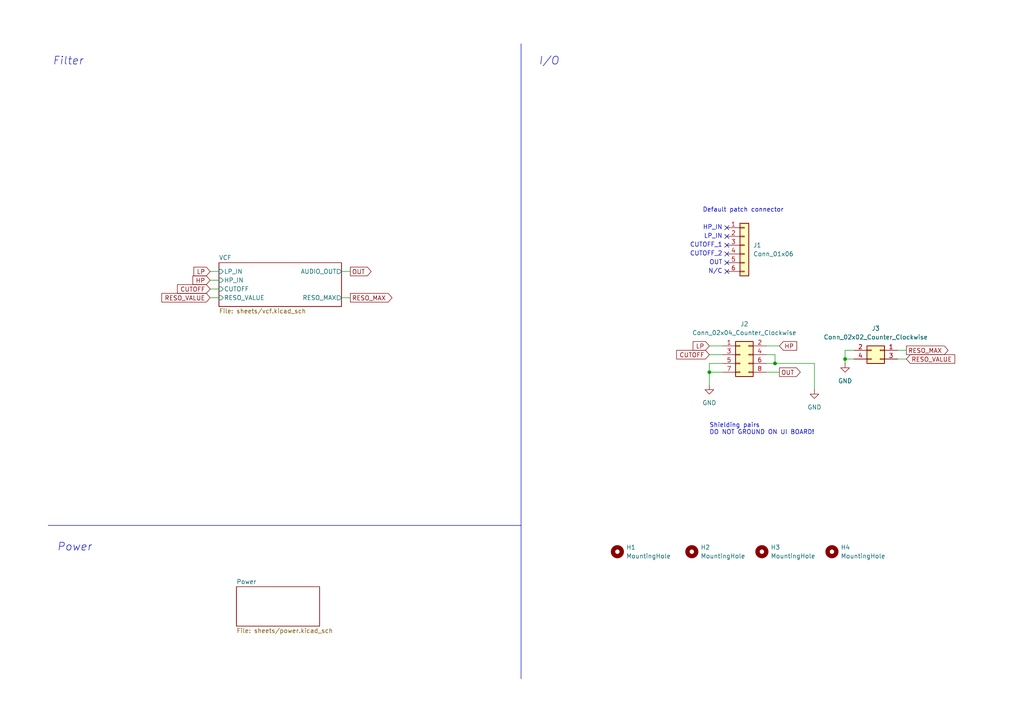
<source format=kicad_sch>
(kicad_sch (version 20250114) (generator "eeschema") (generator_version "9.0")
  (paper "A4")
  (title_block (title "Hog Moduleur VCF") (date "2025-07-31") (rev "v0.2") (company "Shmøergh"))
  (lib_symbols
    (symbol "Connector_Generic:Conn_01x06" (pin_names (offset 1.016) (hide yes))
      (property "Reference" "J" (at 0 7.62 0))
      (property "Value" "Conn_01x06" (at 0 -10.16 0))
      (symbol "Conn_01x06_1_1"
        (rectangle (start -1.27 6.35) (end 1.27 -8.89) (stroke (width 0.254)) (fill (type background)))
        (rectangle (start -1.27 5.207) (end 0 4.953) (stroke (width 0.1524)))
        (rectangle (start -1.27 2.667) (end 0 2.413) (stroke (width 0.1524)))
        (rectangle (start -1.27 0.127) (end 0 -0.127) (stroke (width 0.1524)))
        (rectangle (start -1.27 -2.413) (end 0 -2.667) (stroke (width 0.1524)))
        (rectangle (start -1.27 -4.953) (end 0 -5.207) (stroke (width 0.1524)))
        (rectangle (start -1.27 -7.493) (end 0 -7.747) (stroke (width 0.1524)))
        (pin passive line (at -5.08 5.08 0) (length 3.81) (name "Pin_1") (number "1"))
        (pin passive line (at -5.08 2.54 0) (length 3.81) (name "Pin_2") (number "2"))
        (pin passive line (at -5.08 0 0) (length 3.81) (name "Pin_3") (number "3"))
        (pin passive line (at -5.08 -2.54 0) (length 3.81) (name "Pin_4") (number "4"))
        (pin passive line (at -5.08 -5.08 0) (length 3.81) (name "Pin_5") (number "5"))
        (pin passive line (at -5.08 -7.62 0) (length 3.81) (name "Pin_6") (number "6"))
      )
    )
    (symbol "Connector_Generic:Conn_02x02_Odd_Even" (pin_names (offset 1.016) (hide yes))
      (property "Reference" "J" (at 1.27 2.54 0))
      (property "Value" "Conn_02x02_Odd_Even" (at 1.27 -5.08 0))
      (symbol "Conn_02x02_Odd_Even_1_1"
        (rectangle (start -1.27 1.27) (end 3.81 -3.81) (stroke (width 0.254)) (fill (type background)))
        (rectangle (start -1.27 0.127) (end 0 -0.127) (stroke (width 0.1524)))
        (rectangle (start -1.27 -2.413) (end 0 -2.667) (stroke (width 0.1524)))
        (rectangle (start 3.81 0.127) (end 2.54 -0.127) (stroke (width 0.1524)))
        (rectangle (start 3.81 -2.413) (end 2.54 -2.667) (stroke (width 0.1524)))
        (pin passive line (at -5.08 0 0) (length 3.81) (name "Pin_1") (number "1"))
        (pin passive line (at -5.08 -2.54 0) (length 3.81) (name "Pin_3") (number "3"))
        (pin passive line (at 7.62 0 180) (length 3.81) (name "Pin_2") (number "2"))
        (pin passive line (at 7.62 -2.54 180) (length 3.81) (name "Pin_4") (number "4"))
      )
    )
    (symbol "Connector_Generic:Conn_02x04_Odd_Even" (pin_names (offset 1.016) (hide yes))
      (property "Reference" "J" (at 1.27 5.08 0))
      (property "Value" "Conn_02x04_Odd_Even" (at 1.27 -7.62 0))
      (symbol "Conn_02x04_Odd_Even_1_1"
        (rectangle (start -1.27 3.81) (end 3.81 -6.35) (stroke (width 0.254)) (fill (type background)))
        (rectangle (start -1.27 2.667) (end 0 2.413) (stroke (width 0.1524)))
        (rectangle (start -1.27 0.127) (end 0 -0.127) (stroke (width 0.1524)))
        (rectangle (start -1.27 -2.413) (end 0 -2.667) (stroke (width 0.1524)))
        (rectangle (start -1.27 -4.953) (end 0 -5.207) (stroke (width 0.1524)))
        (rectangle (start 3.81 2.667) (end 2.54 2.413) (stroke (width 0.1524)))
        (rectangle (start 3.81 0.127) (end 2.54 -0.127) (stroke (width 0.1524)))
        (rectangle (start 3.81 -2.413) (end 2.54 -2.667) (stroke (width 0.1524)))
        (rectangle (start 3.81 -4.953) (end 2.54 -5.207) (stroke (width 0.1524)))
        (pin passive line (at -5.08 2.54 0) (length 3.81) (name "Pin_1") (number "1"))
        (pin passive line (at -5.08 0 0) (length 3.81) (name "Pin_3") (number "3"))
        (pin passive line (at -5.08 -2.54 0) (length 3.81) (name "Pin_5") (number "5"))
        (pin passive line (at -5.08 -5.08 0) (length 3.81) (name "Pin_7") (number "7"))
        (pin passive line (at 7.62 2.54 180) (length 3.81) (name "Pin_2") (number "2"))
        (pin passive line (at 7.62 0 180) (length 3.81) (name "Pin_4") (number "4"))
        (pin passive line (at 7.62 -2.54 180) (length 3.81) (name "Pin_6") (number "6"))
        (pin passive line (at 7.62 -5.08 180) (length 3.81) (name "Pin_8") (number "8"))
      )
    )
    (symbol "Mechanical:MountingHole" (pin_names (offset 1.016)) (in_bom no)
      (property "Reference" "H" (at 0 5.08 0))
      (property "Value" "MountingHole" (at 0 3.175 0))
      (symbol "MountingHole_0_1"
        (circle (center 0 0) (radius 1.27) (stroke (width 1.27)))
      )
    )
    (symbol "power:GND" (power) (pin_numbers (hide yes)) (pin_names (offset 0) (hide yes))
      (property "Value" "GND" (at 0 -3.81 0))
      (symbol "GND_0_1"
        (polyline (pts (xy 0 0) (xy 0 -1.27) (xy 1.27 -1.27) (xy 0 -2.54) (xy -1.27 -1.27) (xy 0 -1.27)))
      )
      (symbol "GND_1_1"
        (pin power_in line (at 0 0 270) (length 0) (name "~") (number "1"))
      )
    )
  )
  (text "Power" (at 16.51 158.75 0) (effects (font (size 2.27 2.27) (italic yes)) (justify left)))
  (text "CUTOFF_1" (at 209.55 71.12 0) (effects (font (size 1.27 1.27)) (justify right)))
  (text "Default patch connector" (at 227.33 60.96 0) (effects (font (size 1.27 1.27)) (justify right)))
  (text "N/C" (at 209.55 78.74 0) (effects (font (size 1.27 1.27)) (justify right)))
  (text "HP_IN" (at 209.55 66.04 0) (effects (font (size 1.27 1.27)) (justify right)))
  (text "Shielding pairs\nDO NOT GROUND ON UI BOARD!" (at 205.74 124.46 0) (effects (font (size 1.27 1.27)) (justify left)))
  (text "OUT" (at 209.55 76.2 0) (effects (font (size 1.27 1.27)) (justify right)))
  (text "Filter" (at 15.24 17.78 0) (effects (font (size 2.27 2.27) (italic yes)) (justify left)))
  (text "LP_IN" (at 209.55 68.58 0) (effects (font (size 1.27 1.27)) (justify right)))
  (text "I/O" (at 156.21 17.78 0) (effects (font (size 2.27 2.27) (italic yes)) (justify left)))
  (text "CUTOFF_2" (at 209.55 73.66 0) (effects (font (size 1.27 1.27)) (justify right)))
  (junction (at 245.11 104.14))
  (junction (at 224.79 105.41))
  (junction (at 205.74 107.95))
  (no_connect (at 210.82 78.74))
  (no_connect (at 210.82 66.04))
  (no_connect (at 210.82 73.66))
  (no_connect (at 210.82 68.58))
  (no_connect (at 210.82 76.2))
  (no_connect (at 210.82 71.12))
  (wire (pts (xy 245.11 104.14) (xy 247.65 104.14)))
  (wire (pts (xy 245.11 104.14) (xy 245.11 105.41)))
  (wire (pts (xy 222.25 102.87) (xy 224.79 102.87)))
  (wire (pts (xy 222.25 100.33) (xy 226.06 100.33)))
  (wire (pts (xy 247.65 101.6) (xy 245.11 101.6)))
  (wire (pts (xy 226.06 107.95) (xy 222.25 107.95)))
  (wire (pts (xy 205.74 107.95) (xy 209.55 107.95)))
  (wire (pts (xy 60.96 83.82) (xy 63.5 83.82)))
  (wire (pts (xy 205.74 107.95) (xy 205.74 111.76)))
  (wire (pts (xy 205.74 105.41) (xy 205.74 107.95)))
  (wire (pts (xy 99.06 78.74) (xy 101.6 78.74)))
  (wire (pts (xy 224.79 102.87) (xy 224.79 105.41)))
  (wire (pts (xy 262.89 101.6) (xy 260.35 101.6)))
  (wire (pts (xy 222.25 105.41) (xy 224.79 105.41)))
  (wire (pts (xy 262.89 104.14) (xy 260.35 104.14)))
  (wire (pts (xy 99.06 86.36) (xy 101.6 86.36)))
  (wire (pts (xy 205.74 102.87) (xy 209.55 102.87)))
  (polyline (pts (xy 151.13 12.7) (xy 151.13 196.85)))
  (wire (pts (xy 245.11 101.6) (xy 245.11 104.14)))
  (wire (pts (xy 60.96 78.74) (xy 63.5 78.74)))
  (wire (pts (xy 236.22 105.41) (xy 224.79 105.41)))
  (wire (pts (xy 205.74 100.33) (xy 209.55 100.33)))
  (wire (pts (xy 60.96 86.36) (xy 63.5 86.36)))
  (wire (pts (xy 205.74 105.41) (xy 209.55 105.41)))
  (wire (pts (xy 236.22 105.41) (xy 236.22 113.03)))
  (polyline (pts (xy 13.97 152.4) (xy 151.13 152.4)))
  (wire (pts (xy 60.96 81.28) (xy 63.5 81.28)))
  (global_label "CUTOFF" (shape input) (at 60.96 83.82 180) (property "Intersheetrefs" "${INTERSHEET_REFS}" (effects (hide yes))))
  (global_label "HP" (shape input) (at 226.06 100.33 0) (property "Intersheetrefs" "${INTERSHEET_REFS}" (effects (hide yes))))
  (global_label "RESO_VALUE" (shape input) (at 60.96 86.36 180) (property "Intersheetrefs" "${INTERSHEET_REFS}" (effects (hide yes))))
  (global_label "LP" (shape input) (at 205.74 100.33 180) (property "Intersheetrefs" "${INTERSHEET_REFS}" (effects (hide yes))))
  (global_label "OUT" (shape output) (at 226.06 107.95 0) (property "Intersheetrefs" "${INTERSHEET_REFS}" (effects (hide yes))))
  (global_label "HP" (shape input) (at 60.96 81.28 180) (property "Intersheetrefs" "${INTERSHEET_REFS}" (effects (hide yes))))
  (global_label "RESO_VALUE" (shape input) (at 262.89 104.14 0) (property "Intersheetrefs" "${INTERSHEET_REFS}" (effects (hide yes))))
  (global_label "RESO_MAX" (shape output) (at 262.89 101.6 0) (property "Intersheetrefs" "${INTERSHEET_REFS}" (effects (hide yes))))
  (global_label "OUT" (shape output) (at 101.6 78.74 0) (property "Intersheetrefs" "${INTERSHEET_REFS}" (effects (hide yes))))
  (global_label "LP" (shape input) (at 60.96 78.74 180) (property "Intersheetrefs" "${INTERSHEET_REFS}" (effects (hide yes))))
  (global_label "CUTOFF" (shape input) (at 205.74 102.87 180) (property "Intersheetrefs" "${INTERSHEET_REFS}" (effects (hide yes))))
  (global_label "RESO_MAX" (shape output) (at 101.6 86.36 0) (property "Intersheetrefs" "${INTERSHEET_REFS}" (effects (hide yes))))
  (symbol (lib_id "Connector_Generic:Conn_02x04_Odd_Even") (at 214.63 102.87 0) (unit 1)
    (property "Reference" "J2" (at 215.9 93.98 0))
    (property "Value" "Conn_02x04_Counter_Clockwise" (at 215.9 96.52 0))
    (property "Footprint" "Connector_PinHeader_2.54mm:PinHeader_2x04_P2.54mm_Vertical" (effects (hide yes)))
    (property "Description" "Generic connector, double row, 02x04, odd/even pin numbering scheme (row 1 odd numbers, row 2 even numbers), script generated (kicad-library-utils/schlib/autogen/connector/)" (effects (hide yes)))
    (property "Part URL" "https://mou.sr/4nYsZDt" (effects (hide yes)))
    (property "Vendor" "Mouser" (effects (hide yes)))
    (property "CHECKED" "YES" (effects (hide yes)))
    (property "Part no." "200-HTSW10407TD " (effects (hide yes)))
  )
  (symbol (lib_id "Connector_Generic:Conn_02x02_Odd_Even") (at 255.27 101.6 0) (mirror y) (unit 1)
    (property "Reference" "J3" (at 254 95.25 0))
    (property "Value" "Conn_02x02_Counter_Clockwise" (at 254 97.79 0))
    (property "Footprint" "Connector_PinHeader_2.54mm:PinHeader_2x02_P2.54mm_Vertical" (effects (hide yes)))
    (property "Description" "Generic connector, double row, 02x02, odd/even pin numbering scheme (row 1 odd numbers, row 2 even numbers), script generated (kicad-library-utils/schlib/autogen/connector/)" (effects (hide yes)))
    (property "Part URL" "https://mou.sr/3TDBcz9" (effects (hide yes)))
    (property "Vendor" "Mouser" (effects (hide yes)))
    (property "CHECKED" "YES" (effects (hide yes)))
    (property "Part no." "200-HTSW10207TD" (effects (hide yes)))
  )
  (symbol (lib_id "power:GND") (at 236.22 113.03 0) (unit 1)
    (property "Reference" "#PWR01" (effects (hide yes)))
    (property "Value" "GND" (at 236.22 118.11 0))
    (property "Description" "Power symbol creates a global label with name \"GND\" , ground" (effects (hide yes)))
  )
  (symbol (lib_id "Mechanical:MountingHole") (at 200.66 160.02 0) (unit 1) (in_bom no)
    (property "Reference" "H2" (at 203.2 158.7499 0) (effects (justify left)))
    (property "Value" "MountingHole" (at 203.2 161.2899 0) (effects (justify left)))
    (property "Footprint" "MountingHole:MountingHole_3.2mm_M3_DIN965_Pad" (effects (hide yes)))
    (property "Description" "Mounting Hole without connection" (effects (hide yes)))
    (property "Vendor" "X" (effects (hide yes)))
    (property "CHECKED" "YES" (effects (hide yes)))
  )
  (symbol (lib_id "Mechanical:MountingHole") (at 179.07 160.02 0) (unit 1) (in_bom no)
    (property "Reference" "H1" (at 181.61 158.7499 0) (effects (justify left)))
    (property "Value" "MountingHole" (at 181.61 161.2899 0) (effects (justify left)))
    (property "Footprint" "MountingHole:MountingHole_3.2mm_M3_DIN965_Pad" (effects (hide yes)))
    (property "Description" "Mounting Hole without connection" (effects (hide yes)))
    (property "Vendor" "X" (effects (hide yes)))
    (property "CHECKED" "YES" (effects (hide yes)))
  )
  (symbol (lib_id "Connector_Generic:Conn_01x06") (at 215.9 71.12 0) (unit 1)
    (property "Reference" "J1" (at 218.44 71.1199 0) (effects (justify left)))
    (property "Value" "Conn_01x06" (at 218.44 73.6599 0) (effects (justify left)))
    (property "Footprint" "Connector_PinHeader_2.54mm:PinHeader_1x06_P2.54mm_Vertical" (effects (hide yes)))
    (property "Description" "Generic connector, single row, 01x06, script generated (kicad-library-utils/schlib/autogen/connector/)" (effects (hide yes)))
    (property "Part URL" "https://mou.sr/40bhVZG" (effects (hide yes)))
    (property "Vendor" "Mouser" (effects (hide yes)))
    (property "CHECKED" "YES" (effects (hide yes)))
    (property "Part no." "474-PRT-09280" (effects (hide yes)))
  )
  (symbol (lib_id "power:GND") (at 245.11 105.41 0) (mirror y) (unit 1)
    (property "Reference" "#PWR02" (effects (hide yes)))
    (property "Value" "GND" (at 245.11 110.49 0))
    (property "Description" "Power symbol creates a global label with name \"GND\" , ground" (effects (hide yes)))
  )
  (symbol (lib_id "Mechanical:MountingHole") (at 220.98 160.02 0) (unit 1) (in_bom no)
    (property "Reference" "H3" (at 223.52 158.7499 0) (effects (justify left)))
    (property "Value" "MountingHole" (at 223.52 161.2899 0) (effects (justify left)))
    (property "Footprint" "MountingHole:MountingHole_3.2mm_M3_DIN965_Pad" (effects (hide yes)))
    (property "Description" "Mounting Hole without connection" (effects (hide yes)))
    (property "Vendor" "X" (effects (hide yes)))
    (property "CHECKED" "YES" (effects (hide yes)))
  )
  (symbol (lib_id "Mechanical:MountingHole") (at 241.3 160.02 0) (unit 1) (in_bom no)
    (property "Reference" "H4" (at 243.84 158.7499 0) (effects (justify left)))
    (property "Value" "MountingHole" (at 243.84 161.2899 0) (effects (justify left)))
    (property "Footprint" "MountingHole:MountingHole_3.2mm_M3_DIN965_Pad" (effects (hide yes)))
    (property "Description" "Mounting Hole without connection" (effects (hide yes)))
    (property "Vendor" "X" (effects (hide yes)))
    (property "CHECKED" "YES" (effects (hide yes)))
  )
  (symbol (lib_id "power:GND") (at 205.74 111.76 0) (unit 1)
    (property "Reference" "#PWR042" (effects (hide yes)))
    (property "Value" "GND" (at 205.74 116.84 0))
    (property "Description" "Power symbol creates a global label with name \"GND\" , ground" (effects (hide yes)))
  )
  (sheet (at 63.5 76.2) (size 35.56 12.7) (stroke (width 0.1524))
    (property "Sheetname" "VCF" (at 63.5 75.4884 0) (effects (justify left bottom)))
    (property "Sheetfile" "sheets/vcf.kicad_sch" (at 63.5 89.4846 0) (effects (justify left top)))
    (pin "AUDIO_OUT" output (at 99.06 78.74 0))
    (pin "CUTOFF" input (at 63.5 83.82 180))
    (pin "HP_IN" input (at 63.5 81.28 180))
    (pin "LP_IN" input (at 63.5 78.74 180))
    (pin "RESO_MAX" output (at 99.06 86.36 0))
    (pin "RESO_VALUE" input (at 63.5 86.36 180))
  )
  (sheet (at 68.58 170.18) (size 24.13 11.43) (stroke (width 0.1524))
    (property "Sheetname" "Power" (at 68.58 169.4684 0) (effects (justify left bottom)))
    (property "Sheetfile" "sheets/power.kicad_sch" (at 68.58 182.1946 0) (effects (justify left top)))
  )
)
</source>
